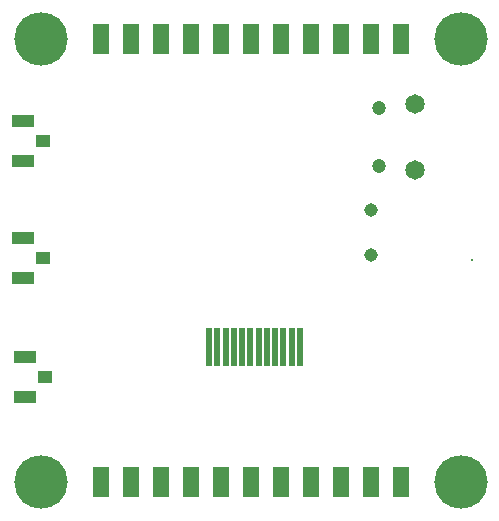
<source format=gbs>
G04*
G04 #@! TF.GenerationSoftware,Altium Limited,Altium Designer,20.1.14 (287)*
G04*
G04 Layer_Color=8150272*
%FSLAX25Y25*%
%MOIN*%
G70*
G04*
G04 #@! TF.SameCoordinates,CE59E18C-A3DC-4852-8C87-7D8AF6908A11*
G04*
G04*
G04 #@! TF.FilePolarity,Negative*
G04*
G01*
G75*
%ADD80R,0.05131X0.03950*%
%ADD84R,0.07493X0.03950*%
%ADD86C,0.04500*%
%ADD87R,0.05800X0.10300*%
%ADD88C,0.00800*%
%ADD89C,0.04737*%
%ADD90C,0.06509*%
%ADD91C,0.17800*%
%ADD103R,0.02178X0.12611*%
D80*
X1403Y35100D02*
D03*
X696Y74700D02*
D03*
Y113800D02*
D03*
D84*
X-5093Y28407D02*
D03*
Y41793D02*
D03*
X-5800Y81393D02*
D03*
Y68007D02*
D03*
Y120493D02*
D03*
Y107107D02*
D03*
D86*
X110000Y75997D02*
D03*
Y90997D02*
D03*
D87*
X20000Y147700D02*
D03*
X30000D02*
D03*
X40000D02*
D03*
X50000D02*
D03*
X60000D02*
D03*
X70000D02*
D03*
X80000D02*
D03*
X90000D02*
D03*
X100000D02*
D03*
X110000D02*
D03*
X120000D02*
D03*
Y200D02*
D03*
X110000D02*
D03*
X100000D02*
D03*
X90000D02*
D03*
X80000D02*
D03*
X70000D02*
D03*
X60000D02*
D03*
X50000D02*
D03*
X40000D02*
D03*
X30000D02*
D03*
X20000D02*
D03*
D88*
X143829Y74243D02*
D03*
D89*
X112810Y124747D02*
D03*
Y105653D02*
D03*
D90*
X124739Y104295D02*
D03*
Y126105D02*
D03*
D91*
X0Y147700D02*
D03*
X140000D02*
D03*
Y200D02*
D03*
X0D02*
D03*
D103*
X86488Y45011D02*
D03*
X83732D02*
D03*
X80976D02*
D03*
X78220D02*
D03*
X75465D02*
D03*
X72709D02*
D03*
X69953D02*
D03*
X67197D02*
D03*
X64441D02*
D03*
X61685D02*
D03*
X58929D02*
D03*
X56173D02*
D03*
M02*

</source>
